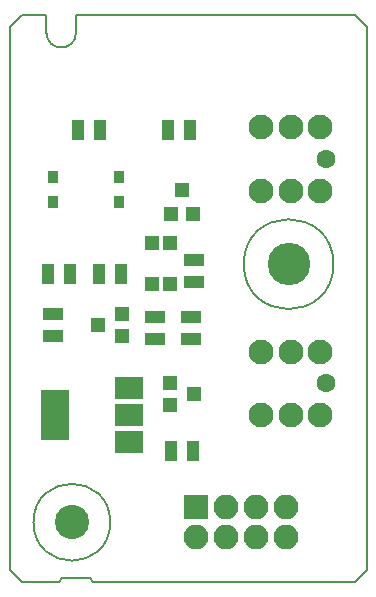
<source format=gbr>
%TF.GenerationSoftware,KiCad,Pcbnew,4.0.7*%
%TF.CreationDate,2018-07-11T12:57:16+02:00*%
%TF.ProjectId,Parkbrake_switch,5061726B6272616B655F737769746368,rev?*%
%TF.FileFunction,Soldermask,Top*%
%FSLAX46Y46*%
G04 Gerber Fmt 4.6, Leading zero omitted, Abs format (unit mm)*
G04 Created by KiCad (PCBNEW 4.0.7) date Wednesday 11 July 2018 12:57:16*
%MOMM*%
%LPD*%
G01*
G04 APERTURE LIST*
%ADD10C,0.100000*%
%ADD11C,0.200000*%
%ADD12C,0.150000*%
%ADD13R,0.850000X0.990000*%
%ADD14R,1.197560X1.197560*%
%ADD15R,2.100000X2.100000*%
%ADD16O,2.100000X2.100000*%
%ADD17R,1.200000X1.300000*%
%ADD18R,1.300000X1.200000*%
%ADD19R,2.400000X4.200000*%
%ADD20R,2.400000X1.900000*%
%ADD21R,1.100000X1.700000*%
%ADD22R,1.700000X1.100000*%
%ADD23C,2.100000*%
%ADD24C,1.600000*%
%ADD25C,3.600000*%
%ADD26C,2.900000*%
G04 APERTURE END LIST*
D10*
D11*
X127400000Y-121100000D02*
G75*
G03X127400000Y-121100000I-3800000J0D01*
G01*
X108500000Y-142950000D02*
G75*
G03X108500000Y-142950000I-3250000J0D01*
G01*
D12*
X107000000Y-148000000D02*
X129200000Y-148000000D01*
X106800000Y-147700000D02*
X107000000Y-148000000D01*
X104400000Y-147700000D02*
X106800000Y-147700000D01*
X104200000Y-148000000D02*
X104400000Y-147700000D01*
X101000000Y-148000000D02*
X104200000Y-148000000D01*
X100000000Y-147000000D02*
X100000000Y-101000000D01*
X101000000Y-148000000D02*
X100000000Y-147000000D01*
X130200000Y-147000000D02*
X129200000Y-148000000D01*
X130200000Y-101000000D02*
X130200000Y-147000000D01*
X129200000Y-100000000D02*
X130200000Y-101000000D01*
X105600000Y-100000000D02*
X129200000Y-100000000D01*
X105600000Y-101500000D02*
X105600000Y-100000000D01*
X101000000Y-100000000D02*
X100000000Y-101000000D01*
X103100000Y-101500000D02*
G75*
G03X105600000Y-101500000I1250000J0D01*
G01*
X103100000Y-100000000D02*
X103100000Y-101500000D01*
X101000000Y-100000000D02*
X103100000Y-100000000D01*
D13*
X109220000Y-115863000D03*
X109220000Y-113753000D03*
D14*
X112050700Y-122800000D03*
X113549300Y-122800000D03*
D13*
X103632000Y-113753000D03*
X103632000Y-115863000D03*
D14*
X112050700Y-119300000D03*
X113549300Y-119300000D03*
D15*
X115800000Y-141700000D03*
D16*
X115800000Y-144240000D03*
X118340000Y-141700000D03*
X118340000Y-144240000D03*
X120880000Y-141700000D03*
X120880000Y-144240000D03*
X123420000Y-141700000D03*
X123420000Y-144240000D03*
D17*
X113604000Y-116824000D03*
X115504000Y-116824000D03*
X114554000Y-114824000D03*
D18*
X109458000Y-127188000D03*
X109458000Y-125288000D03*
X107458000Y-126238000D03*
X113554000Y-131130000D03*
X113554000Y-133030000D03*
X115554000Y-132080000D03*
D19*
X103784000Y-133858000D03*
D20*
X110084000Y-133858000D03*
X110084000Y-131558000D03*
X110084000Y-136158000D03*
D21*
X107630000Y-109728000D03*
X105730000Y-109728000D03*
X113350000Y-109728000D03*
X115250000Y-109728000D03*
D22*
X115570000Y-120716000D03*
X115570000Y-122616000D03*
X112268000Y-127442000D03*
X112268000Y-125542000D03*
X115316000Y-127442000D03*
X115316000Y-125542000D03*
D21*
X107508000Y-121920000D03*
X109408000Y-121920000D03*
X105090000Y-121920000D03*
X103190000Y-121920000D03*
D22*
X103632000Y-125288000D03*
X103632000Y-127188000D03*
D21*
X113604000Y-136906000D03*
X115504000Y-136906000D03*
D23*
X121300000Y-109500000D03*
X123800000Y-109500000D03*
X126300000Y-109500000D03*
X121300000Y-114900000D03*
X123800000Y-114900000D03*
X126300000Y-114900000D03*
D24*
X126800000Y-112200000D03*
D23*
X121300000Y-128500000D03*
X123800000Y-128500000D03*
X126300000Y-128500000D03*
X121300000Y-133900000D03*
X123800000Y-133900000D03*
X126300000Y-133900000D03*
D24*
X126800000Y-131200000D03*
D25*
X123600000Y-121100000D03*
D26*
X105250000Y-142950000D03*
M02*

</source>
